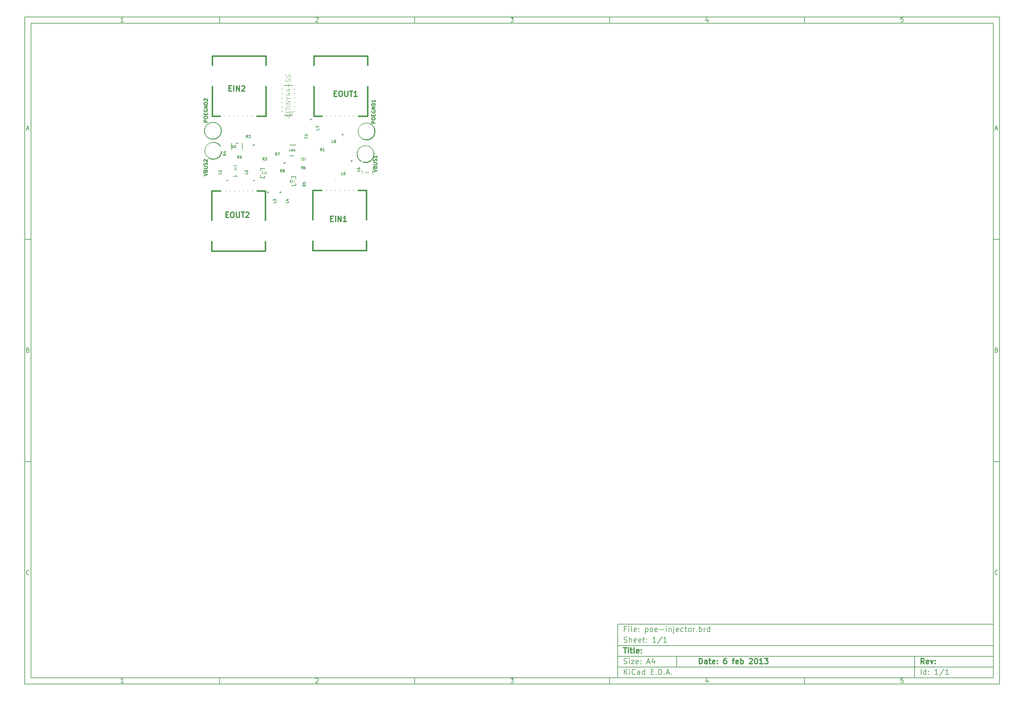
<source format=gto>
G04 (created by PCBNEW-RS274X (2012-01-19 BZR 3256)-stable) date 2/5/2013 11:52:39 PM*
G01*
G70*
G90*
%MOIN*%
G04 Gerber Fmt 3.4, Leading zero omitted, Abs format*
%FSLAX34Y34*%
G04 APERTURE LIST*
%ADD10C,0.006000*%
%ADD11C,0.012000*%
%ADD12C,0.005000*%
%ADD13C,0.015000*%
%ADD14C,0.002600*%
%ADD15C,0.003000*%
%ADD16C,0.010000*%
%ADD17C,0.003900*%
%ADD18C,0.003500*%
%ADD19R,0.050000X0.040000*%
%ADD20R,0.040000X0.050000*%
%ADD21R,0.059400X0.047600*%
%ADD22R,0.200000X0.225000*%
%ADD23R,0.045000X0.207000*%
%ADD24R,0.120000X0.070000*%
%ADD25R,0.080000X0.100000*%
%ADD26R,0.100000X0.080000*%
%ADD27R,0.139000X0.058000*%
%ADD28C,0.180000*%
%ADD29R,0.070000X0.120000*%
%ADD30R,0.043600X0.059400*%
%ADD31R,0.059400X0.043600*%
%ADD32R,0.106900X0.044000*%
G04 APERTURE END LIST*
G54D10*
X04000Y-04000D02*
X113000Y-04000D01*
X113000Y-78670D01*
X04000Y-78670D01*
X04000Y-04000D01*
X04700Y-04700D02*
X112300Y-04700D01*
X112300Y-77970D01*
X04700Y-77970D01*
X04700Y-04700D01*
X25800Y-04000D02*
X25800Y-04700D01*
X15043Y-04552D02*
X14757Y-04552D01*
X14900Y-04552D02*
X14900Y-04052D01*
X14852Y-04124D01*
X14805Y-04171D01*
X14757Y-04195D01*
X25800Y-78670D02*
X25800Y-77970D01*
X15043Y-78522D02*
X14757Y-78522D01*
X14900Y-78522D02*
X14900Y-78022D01*
X14852Y-78094D01*
X14805Y-78141D01*
X14757Y-78165D01*
X47600Y-04000D02*
X47600Y-04700D01*
X36557Y-04100D02*
X36581Y-04076D01*
X36629Y-04052D01*
X36748Y-04052D01*
X36795Y-04076D01*
X36819Y-04100D01*
X36843Y-04148D01*
X36843Y-04195D01*
X36819Y-04267D01*
X36533Y-04552D01*
X36843Y-04552D01*
X47600Y-78670D02*
X47600Y-77970D01*
X36557Y-78070D02*
X36581Y-78046D01*
X36629Y-78022D01*
X36748Y-78022D01*
X36795Y-78046D01*
X36819Y-78070D01*
X36843Y-78118D01*
X36843Y-78165D01*
X36819Y-78237D01*
X36533Y-78522D01*
X36843Y-78522D01*
X69400Y-04000D02*
X69400Y-04700D01*
X58333Y-04052D02*
X58643Y-04052D01*
X58476Y-04243D01*
X58548Y-04243D01*
X58595Y-04267D01*
X58619Y-04290D01*
X58643Y-04338D01*
X58643Y-04457D01*
X58619Y-04505D01*
X58595Y-04529D01*
X58548Y-04552D01*
X58405Y-04552D01*
X58357Y-04529D01*
X58333Y-04505D01*
X69400Y-78670D02*
X69400Y-77970D01*
X58333Y-78022D02*
X58643Y-78022D01*
X58476Y-78213D01*
X58548Y-78213D01*
X58595Y-78237D01*
X58619Y-78260D01*
X58643Y-78308D01*
X58643Y-78427D01*
X58619Y-78475D01*
X58595Y-78499D01*
X58548Y-78522D01*
X58405Y-78522D01*
X58357Y-78499D01*
X58333Y-78475D01*
X91200Y-04000D02*
X91200Y-04700D01*
X80395Y-04219D02*
X80395Y-04552D01*
X80276Y-04029D02*
X80157Y-04386D01*
X80467Y-04386D01*
X91200Y-78670D02*
X91200Y-77970D01*
X80395Y-78189D02*
X80395Y-78522D01*
X80276Y-77999D02*
X80157Y-78356D01*
X80467Y-78356D01*
X102219Y-04052D02*
X101981Y-04052D01*
X101957Y-04290D01*
X101981Y-04267D01*
X102029Y-04243D01*
X102148Y-04243D01*
X102195Y-04267D01*
X102219Y-04290D01*
X102243Y-04338D01*
X102243Y-04457D01*
X102219Y-04505D01*
X102195Y-04529D01*
X102148Y-04552D01*
X102029Y-04552D01*
X101981Y-04529D01*
X101957Y-04505D01*
X102219Y-78022D02*
X101981Y-78022D01*
X101957Y-78260D01*
X101981Y-78237D01*
X102029Y-78213D01*
X102148Y-78213D01*
X102195Y-78237D01*
X102219Y-78260D01*
X102243Y-78308D01*
X102243Y-78427D01*
X102219Y-78475D01*
X102195Y-78499D01*
X102148Y-78522D01*
X102029Y-78522D01*
X101981Y-78499D01*
X101957Y-78475D01*
X04000Y-28890D02*
X04700Y-28890D01*
X04231Y-16510D02*
X04469Y-16510D01*
X04184Y-16652D02*
X04350Y-16152D01*
X04517Y-16652D01*
X113000Y-28890D02*
X112300Y-28890D01*
X112531Y-16510D02*
X112769Y-16510D01*
X112484Y-16652D02*
X112650Y-16152D01*
X112817Y-16652D01*
X04000Y-53780D02*
X04700Y-53780D01*
X04386Y-41280D02*
X04457Y-41304D01*
X04481Y-41328D01*
X04505Y-41376D01*
X04505Y-41447D01*
X04481Y-41495D01*
X04457Y-41519D01*
X04410Y-41542D01*
X04219Y-41542D01*
X04219Y-41042D01*
X04386Y-41042D01*
X04433Y-41066D01*
X04457Y-41090D01*
X04481Y-41138D01*
X04481Y-41185D01*
X04457Y-41233D01*
X04433Y-41257D01*
X04386Y-41280D01*
X04219Y-41280D01*
X113000Y-53780D02*
X112300Y-53780D01*
X112686Y-41280D02*
X112757Y-41304D01*
X112781Y-41328D01*
X112805Y-41376D01*
X112805Y-41447D01*
X112781Y-41495D01*
X112757Y-41519D01*
X112710Y-41542D01*
X112519Y-41542D01*
X112519Y-41042D01*
X112686Y-41042D01*
X112733Y-41066D01*
X112757Y-41090D01*
X112781Y-41138D01*
X112781Y-41185D01*
X112757Y-41233D01*
X112733Y-41257D01*
X112686Y-41280D01*
X112519Y-41280D01*
X04505Y-66385D02*
X04481Y-66409D01*
X04410Y-66432D01*
X04362Y-66432D01*
X04290Y-66409D01*
X04243Y-66361D01*
X04219Y-66313D01*
X04195Y-66218D01*
X04195Y-66147D01*
X04219Y-66051D01*
X04243Y-66004D01*
X04290Y-65956D01*
X04362Y-65932D01*
X04410Y-65932D01*
X04481Y-65956D01*
X04505Y-65980D01*
X112805Y-66385D02*
X112781Y-66409D01*
X112710Y-66432D01*
X112662Y-66432D01*
X112590Y-66409D01*
X112543Y-66361D01*
X112519Y-66313D01*
X112495Y-66218D01*
X112495Y-66147D01*
X112519Y-66051D01*
X112543Y-66004D01*
X112590Y-65956D01*
X112662Y-65932D01*
X112710Y-65932D01*
X112781Y-65956D01*
X112805Y-65980D01*
G54D11*
X79443Y-76413D02*
X79443Y-75813D01*
X79586Y-75813D01*
X79671Y-75841D01*
X79729Y-75899D01*
X79757Y-75956D01*
X79786Y-76070D01*
X79786Y-76156D01*
X79757Y-76270D01*
X79729Y-76327D01*
X79671Y-76384D01*
X79586Y-76413D01*
X79443Y-76413D01*
X80300Y-76413D02*
X80300Y-76099D01*
X80271Y-76041D01*
X80214Y-76013D01*
X80100Y-76013D01*
X80043Y-76041D01*
X80300Y-76384D02*
X80243Y-76413D01*
X80100Y-76413D01*
X80043Y-76384D01*
X80014Y-76327D01*
X80014Y-76270D01*
X80043Y-76213D01*
X80100Y-76184D01*
X80243Y-76184D01*
X80300Y-76156D01*
X80500Y-76013D02*
X80729Y-76013D01*
X80586Y-75813D02*
X80586Y-76327D01*
X80614Y-76384D01*
X80672Y-76413D01*
X80729Y-76413D01*
X81157Y-76384D02*
X81100Y-76413D01*
X80986Y-76413D01*
X80929Y-76384D01*
X80900Y-76327D01*
X80900Y-76099D01*
X80929Y-76041D01*
X80986Y-76013D01*
X81100Y-76013D01*
X81157Y-76041D01*
X81186Y-76099D01*
X81186Y-76156D01*
X80900Y-76213D01*
X81443Y-76356D02*
X81471Y-76384D01*
X81443Y-76413D01*
X81414Y-76384D01*
X81443Y-76356D01*
X81443Y-76413D01*
X81443Y-76041D02*
X81471Y-76070D01*
X81443Y-76099D01*
X81414Y-76070D01*
X81443Y-76041D01*
X81443Y-76099D01*
X82443Y-75813D02*
X82329Y-75813D01*
X82272Y-75841D01*
X82243Y-75870D01*
X82186Y-75956D01*
X82157Y-76070D01*
X82157Y-76299D01*
X82186Y-76356D01*
X82214Y-76384D01*
X82272Y-76413D01*
X82386Y-76413D01*
X82443Y-76384D01*
X82472Y-76356D01*
X82500Y-76299D01*
X82500Y-76156D01*
X82472Y-76099D01*
X82443Y-76070D01*
X82386Y-76041D01*
X82272Y-76041D01*
X82214Y-76070D01*
X82186Y-76099D01*
X82157Y-76156D01*
X83128Y-76013D02*
X83357Y-76013D01*
X83214Y-76413D02*
X83214Y-75899D01*
X83242Y-75841D01*
X83300Y-75813D01*
X83357Y-75813D01*
X83785Y-76384D02*
X83728Y-76413D01*
X83614Y-76413D01*
X83557Y-76384D01*
X83528Y-76327D01*
X83528Y-76099D01*
X83557Y-76041D01*
X83614Y-76013D01*
X83728Y-76013D01*
X83785Y-76041D01*
X83814Y-76099D01*
X83814Y-76156D01*
X83528Y-76213D01*
X84071Y-76413D02*
X84071Y-75813D01*
X84071Y-76041D02*
X84128Y-76013D01*
X84242Y-76013D01*
X84299Y-76041D01*
X84328Y-76070D01*
X84357Y-76127D01*
X84357Y-76299D01*
X84328Y-76356D01*
X84299Y-76384D01*
X84242Y-76413D01*
X84128Y-76413D01*
X84071Y-76384D01*
X85042Y-75870D02*
X85071Y-75841D01*
X85128Y-75813D01*
X85271Y-75813D01*
X85328Y-75841D01*
X85357Y-75870D01*
X85385Y-75927D01*
X85385Y-75984D01*
X85357Y-76070D01*
X85014Y-76413D01*
X85385Y-76413D01*
X85756Y-75813D02*
X85813Y-75813D01*
X85870Y-75841D01*
X85899Y-75870D01*
X85928Y-75927D01*
X85956Y-76041D01*
X85956Y-76184D01*
X85928Y-76299D01*
X85899Y-76356D01*
X85870Y-76384D01*
X85813Y-76413D01*
X85756Y-76413D01*
X85699Y-76384D01*
X85670Y-76356D01*
X85642Y-76299D01*
X85613Y-76184D01*
X85613Y-76041D01*
X85642Y-75927D01*
X85670Y-75870D01*
X85699Y-75841D01*
X85756Y-75813D01*
X86527Y-76413D02*
X86184Y-76413D01*
X86356Y-76413D02*
X86356Y-75813D01*
X86299Y-75899D01*
X86241Y-75956D01*
X86184Y-75984D01*
X86727Y-75813D02*
X87098Y-75813D01*
X86898Y-76041D01*
X86984Y-76041D01*
X87041Y-76070D01*
X87070Y-76099D01*
X87098Y-76156D01*
X87098Y-76299D01*
X87070Y-76356D01*
X87041Y-76384D01*
X86984Y-76413D01*
X86812Y-76413D01*
X86755Y-76384D01*
X86727Y-76356D01*
G54D10*
X71043Y-77613D02*
X71043Y-77013D01*
X71386Y-77613D02*
X71129Y-77270D01*
X71386Y-77013D02*
X71043Y-77356D01*
X71643Y-77613D02*
X71643Y-77213D01*
X71643Y-77013D02*
X71614Y-77041D01*
X71643Y-77070D01*
X71671Y-77041D01*
X71643Y-77013D01*
X71643Y-77070D01*
X72272Y-77556D02*
X72243Y-77584D01*
X72157Y-77613D01*
X72100Y-77613D01*
X72015Y-77584D01*
X71957Y-77527D01*
X71929Y-77470D01*
X71900Y-77356D01*
X71900Y-77270D01*
X71929Y-77156D01*
X71957Y-77099D01*
X72015Y-77041D01*
X72100Y-77013D01*
X72157Y-77013D01*
X72243Y-77041D01*
X72272Y-77070D01*
X72786Y-77613D02*
X72786Y-77299D01*
X72757Y-77241D01*
X72700Y-77213D01*
X72586Y-77213D01*
X72529Y-77241D01*
X72786Y-77584D02*
X72729Y-77613D01*
X72586Y-77613D01*
X72529Y-77584D01*
X72500Y-77527D01*
X72500Y-77470D01*
X72529Y-77413D01*
X72586Y-77384D01*
X72729Y-77384D01*
X72786Y-77356D01*
X73329Y-77613D02*
X73329Y-77013D01*
X73329Y-77584D02*
X73272Y-77613D01*
X73158Y-77613D01*
X73100Y-77584D01*
X73072Y-77556D01*
X73043Y-77499D01*
X73043Y-77327D01*
X73072Y-77270D01*
X73100Y-77241D01*
X73158Y-77213D01*
X73272Y-77213D01*
X73329Y-77241D01*
X74072Y-77299D02*
X74272Y-77299D01*
X74358Y-77613D02*
X74072Y-77613D01*
X74072Y-77013D01*
X74358Y-77013D01*
X74615Y-77556D02*
X74643Y-77584D01*
X74615Y-77613D01*
X74586Y-77584D01*
X74615Y-77556D01*
X74615Y-77613D01*
X74901Y-77613D02*
X74901Y-77013D01*
X75044Y-77013D01*
X75129Y-77041D01*
X75187Y-77099D01*
X75215Y-77156D01*
X75244Y-77270D01*
X75244Y-77356D01*
X75215Y-77470D01*
X75187Y-77527D01*
X75129Y-77584D01*
X75044Y-77613D01*
X74901Y-77613D01*
X75501Y-77556D02*
X75529Y-77584D01*
X75501Y-77613D01*
X75472Y-77584D01*
X75501Y-77556D01*
X75501Y-77613D01*
X75758Y-77441D02*
X76044Y-77441D01*
X75701Y-77613D02*
X75901Y-77013D01*
X76101Y-77613D01*
X76301Y-77556D02*
X76329Y-77584D01*
X76301Y-77613D01*
X76272Y-77584D01*
X76301Y-77556D01*
X76301Y-77613D01*
G54D11*
X104586Y-76413D02*
X104386Y-76127D01*
X104243Y-76413D02*
X104243Y-75813D01*
X104471Y-75813D01*
X104529Y-75841D01*
X104557Y-75870D01*
X104586Y-75927D01*
X104586Y-76013D01*
X104557Y-76070D01*
X104529Y-76099D01*
X104471Y-76127D01*
X104243Y-76127D01*
X105071Y-76384D02*
X105014Y-76413D01*
X104900Y-76413D01*
X104843Y-76384D01*
X104814Y-76327D01*
X104814Y-76099D01*
X104843Y-76041D01*
X104900Y-76013D01*
X105014Y-76013D01*
X105071Y-76041D01*
X105100Y-76099D01*
X105100Y-76156D01*
X104814Y-76213D01*
X105300Y-76013D02*
X105443Y-76413D01*
X105585Y-76013D01*
X105814Y-76356D02*
X105842Y-76384D01*
X105814Y-76413D01*
X105785Y-76384D01*
X105814Y-76356D01*
X105814Y-76413D01*
X105814Y-76041D02*
X105842Y-76070D01*
X105814Y-76099D01*
X105785Y-76070D01*
X105814Y-76041D01*
X105814Y-76099D01*
G54D10*
X71014Y-76384D02*
X71100Y-76413D01*
X71243Y-76413D01*
X71300Y-76384D01*
X71329Y-76356D01*
X71357Y-76299D01*
X71357Y-76241D01*
X71329Y-76184D01*
X71300Y-76156D01*
X71243Y-76127D01*
X71129Y-76099D01*
X71071Y-76070D01*
X71043Y-76041D01*
X71014Y-75984D01*
X71014Y-75927D01*
X71043Y-75870D01*
X71071Y-75841D01*
X71129Y-75813D01*
X71271Y-75813D01*
X71357Y-75841D01*
X71614Y-76413D02*
X71614Y-76013D01*
X71614Y-75813D02*
X71585Y-75841D01*
X71614Y-75870D01*
X71642Y-75841D01*
X71614Y-75813D01*
X71614Y-75870D01*
X71843Y-76013D02*
X72157Y-76013D01*
X71843Y-76413D01*
X72157Y-76413D01*
X72614Y-76384D02*
X72557Y-76413D01*
X72443Y-76413D01*
X72386Y-76384D01*
X72357Y-76327D01*
X72357Y-76099D01*
X72386Y-76041D01*
X72443Y-76013D01*
X72557Y-76013D01*
X72614Y-76041D01*
X72643Y-76099D01*
X72643Y-76156D01*
X72357Y-76213D01*
X72900Y-76356D02*
X72928Y-76384D01*
X72900Y-76413D01*
X72871Y-76384D01*
X72900Y-76356D01*
X72900Y-76413D01*
X72900Y-76041D02*
X72928Y-76070D01*
X72900Y-76099D01*
X72871Y-76070D01*
X72900Y-76041D01*
X72900Y-76099D01*
X73614Y-76241D02*
X73900Y-76241D01*
X73557Y-76413D02*
X73757Y-75813D01*
X73957Y-76413D01*
X74414Y-76013D02*
X74414Y-76413D01*
X74271Y-75784D02*
X74128Y-76213D01*
X74500Y-76213D01*
X104243Y-77613D02*
X104243Y-77013D01*
X104786Y-77613D02*
X104786Y-77013D01*
X104786Y-77584D02*
X104729Y-77613D01*
X104615Y-77613D01*
X104557Y-77584D01*
X104529Y-77556D01*
X104500Y-77499D01*
X104500Y-77327D01*
X104529Y-77270D01*
X104557Y-77241D01*
X104615Y-77213D01*
X104729Y-77213D01*
X104786Y-77241D01*
X105072Y-77556D02*
X105100Y-77584D01*
X105072Y-77613D01*
X105043Y-77584D01*
X105072Y-77556D01*
X105072Y-77613D01*
X105072Y-77241D02*
X105100Y-77270D01*
X105072Y-77299D01*
X105043Y-77270D01*
X105072Y-77241D01*
X105072Y-77299D01*
X106129Y-77613D02*
X105786Y-77613D01*
X105958Y-77613D02*
X105958Y-77013D01*
X105901Y-77099D01*
X105843Y-77156D01*
X105786Y-77184D01*
X106814Y-76984D02*
X106300Y-77756D01*
X107329Y-77613D02*
X106986Y-77613D01*
X107158Y-77613D02*
X107158Y-77013D01*
X107101Y-77099D01*
X107043Y-77156D01*
X106986Y-77184D01*
G54D11*
X70957Y-74613D02*
X71300Y-74613D01*
X71129Y-75213D02*
X71129Y-74613D01*
X71500Y-75213D02*
X71500Y-74813D01*
X71500Y-74613D02*
X71471Y-74641D01*
X71500Y-74670D01*
X71528Y-74641D01*
X71500Y-74613D01*
X71500Y-74670D01*
X71700Y-74813D02*
X71929Y-74813D01*
X71786Y-74613D02*
X71786Y-75127D01*
X71814Y-75184D01*
X71872Y-75213D01*
X71929Y-75213D01*
X72215Y-75213D02*
X72157Y-75184D01*
X72129Y-75127D01*
X72129Y-74613D01*
X72671Y-75184D02*
X72614Y-75213D01*
X72500Y-75213D01*
X72443Y-75184D01*
X72414Y-75127D01*
X72414Y-74899D01*
X72443Y-74841D01*
X72500Y-74813D01*
X72614Y-74813D01*
X72671Y-74841D01*
X72700Y-74899D01*
X72700Y-74956D01*
X72414Y-75013D01*
X72957Y-75156D02*
X72985Y-75184D01*
X72957Y-75213D01*
X72928Y-75184D01*
X72957Y-75156D01*
X72957Y-75213D01*
X72957Y-74841D02*
X72985Y-74870D01*
X72957Y-74899D01*
X72928Y-74870D01*
X72957Y-74841D01*
X72957Y-74899D01*
G54D10*
X71243Y-72499D02*
X71043Y-72499D01*
X71043Y-72813D02*
X71043Y-72213D01*
X71329Y-72213D01*
X71557Y-72813D02*
X71557Y-72413D01*
X71557Y-72213D02*
X71528Y-72241D01*
X71557Y-72270D01*
X71585Y-72241D01*
X71557Y-72213D01*
X71557Y-72270D01*
X71929Y-72813D02*
X71871Y-72784D01*
X71843Y-72727D01*
X71843Y-72213D01*
X72385Y-72784D02*
X72328Y-72813D01*
X72214Y-72813D01*
X72157Y-72784D01*
X72128Y-72727D01*
X72128Y-72499D01*
X72157Y-72441D01*
X72214Y-72413D01*
X72328Y-72413D01*
X72385Y-72441D01*
X72414Y-72499D01*
X72414Y-72556D01*
X72128Y-72613D01*
X72671Y-72756D02*
X72699Y-72784D01*
X72671Y-72813D01*
X72642Y-72784D01*
X72671Y-72756D01*
X72671Y-72813D01*
X72671Y-72441D02*
X72699Y-72470D01*
X72671Y-72499D01*
X72642Y-72470D01*
X72671Y-72441D01*
X72671Y-72499D01*
X73414Y-72413D02*
X73414Y-73013D01*
X73414Y-72441D02*
X73471Y-72413D01*
X73585Y-72413D01*
X73642Y-72441D01*
X73671Y-72470D01*
X73700Y-72527D01*
X73700Y-72699D01*
X73671Y-72756D01*
X73642Y-72784D01*
X73585Y-72813D01*
X73471Y-72813D01*
X73414Y-72784D01*
X74043Y-72813D02*
X73985Y-72784D01*
X73957Y-72756D01*
X73928Y-72699D01*
X73928Y-72527D01*
X73957Y-72470D01*
X73985Y-72441D01*
X74043Y-72413D01*
X74128Y-72413D01*
X74185Y-72441D01*
X74214Y-72470D01*
X74243Y-72527D01*
X74243Y-72699D01*
X74214Y-72756D01*
X74185Y-72784D01*
X74128Y-72813D01*
X74043Y-72813D01*
X74728Y-72784D02*
X74671Y-72813D01*
X74557Y-72813D01*
X74500Y-72784D01*
X74471Y-72727D01*
X74471Y-72499D01*
X74500Y-72441D01*
X74557Y-72413D01*
X74671Y-72413D01*
X74728Y-72441D01*
X74757Y-72499D01*
X74757Y-72556D01*
X74471Y-72613D01*
X75014Y-72584D02*
X75471Y-72584D01*
X75757Y-72813D02*
X75757Y-72413D01*
X75757Y-72213D02*
X75728Y-72241D01*
X75757Y-72270D01*
X75785Y-72241D01*
X75757Y-72213D01*
X75757Y-72270D01*
X76043Y-72413D02*
X76043Y-72813D01*
X76043Y-72470D02*
X76071Y-72441D01*
X76129Y-72413D01*
X76214Y-72413D01*
X76271Y-72441D01*
X76300Y-72499D01*
X76300Y-72813D01*
X76586Y-72413D02*
X76586Y-72927D01*
X76557Y-72984D01*
X76500Y-73013D01*
X76472Y-73013D01*
X76586Y-72213D02*
X76557Y-72241D01*
X76586Y-72270D01*
X76614Y-72241D01*
X76586Y-72213D01*
X76586Y-72270D01*
X77100Y-72784D02*
X77043Y-72813D01*
X76929Y-72813D01*
X76872Y-72784D01*
X76843Y-72727D01*
X76843Y-72499D01*
X76872Y-72441D01*
X76929Y-72413D01*
X77043Y-72413D01*
X77100Y-72441D01*
X77129Y-72499D01*
X77129Y-72556D01*
X76843Y-72613D01*
X77643Y-72784D02*
X77586Y-72813D01*
X77472Y-72813D01*
X77414Y-72784D01*
X77386Y-72756D01*
X77357Y-72699D01*
X77357Y-72527D01*
X77386Y-72470D01*
X77414Y-72441D01*
X77472Y-72413D01*
X77586Y-72413D01*
X77643Y-72441D01*
X77814Y-72413D02*
X78043Y-72413D01*
X77900Y-72213D02*
X77900Y-72727D01*
X77928Y-72784D01*
X77986Y-72813D01*
X78043Y-72813D01*
X78329Y-72813D02*
X78271Y-72784D01*
X78243Y-72756D01*
X78214Y-72699D01*
X78214Y-72527D01*
X78243Y-72470D01*
X78271Y-72441D01*
X78329Y-72413D01*
X78414Y-72413D01*
X78471Y-72441D01*
X78500Y-72470D01*
X78529Y-72527D01*
X78529Y-72699D01*
X78500Y-72756D01*
X78471Y-72784D01*
X78414Y-72813D01*
X78329Y-72813D01*
X78786Y-72813D02*
X78786Y-72413D01*
X78786Y-72527D02*
X78814Y-72470D01*
X78843Y-72441D01*
X78900Y-72413D01*
X78957Y-72413D01*
X79157Y-72756D02*
X79185Y-72784D01*
X79157Y-72813D01*
X79128Y-72784D01*
X79157Y-72756D01*
X79157Y-72813D01*
X79443Y-72813D02*
X79443Y-72213D01*
X79443Y-72441D02*
X79500Y-72413D01*
X79614Y-72413D01*
X79671Y-72441D01*
X79700Y-72470D01*
X79729Y-72527D01*
X79729Y-72699D01*
X79700Y-72756D01*
X79671Y-72784D01*
X79614Y-72813D01*
X79500Y-72813D01*
X79443Y-72784D01*
X79986Y-72813D02*
X79986Y-72413D01*
X79986Y-72527D02*
X80014Y-72470D01*
X80043Y-72441D01*
X80100Y-72413D01*
X80157Y-72413D01*
X80614Y-72813D02*
X80614Y-72213D01*
X80614Y-72784D02*
X80557Y-72813D01*
X80443Y-72813D01*
X80385Y-72784D01*
X80357Y-72756D01*
X80328Y-72699D01*
X80328Y-72527D01*
X80357Y-72470D01*
X80385Y-72441D01*
X80443Y-72413D01*
X80557Y-72413D01*
X80614Y-72441D01*
X71014Y-73984D02*
X71100Y-74013D01*
X71243Y-74013D01*
X71300Y-73984D01*
X71329Y-73956D01*
X71357Y-73899D01*
X71357Y-73841D01*
X71329Y-73784D01*
X71300Y-73756D01*
X71243Y-73727D01*
X71129Y-73699D01*
X71071Y-73670D01*
X71043Y-73641D01*
X71014Y-73584D01*
X71014Y-73527D01*
X71043Y-73470D01*
X71071Y-73441D01*
X71129Y-73413D01*
X71271Y-73413D01*
X71357Y-73441D01*
X71614Y-74013D02*
X71614Y-73413D01*
X71871Y-74013D02*
X71871Y-73699D01*
X71842Y-73641D01*
X71785Y-73613D01*
X71700Y-73613D01*
X71642Y-73641D01*
X71614Y-73670D01*
X72385Y-73984D02*
X72328Y-74013D01*
X72214Y-74013D01*
X72157Y-73984D01*
X72128Y-73927D01*
X72128Y-73699D01*
X72157Y-73641D01*
X72214Y-73613D01*
X72328Y-73613D01*
X72385Y-73641D01*
X72414Y-73699D01*
X72414Y-73756D01*
X72128Y-73813D01*
X72899Y-73984D02*
X72842Y-74013D01*
X72728Y-74013D01*
X72671Y-73984D01*
X72642Y-73927D01*
X72642Y-73699D01*
X72671Y-73641D01*
X72728Y-73613D01*
X72842Y-73613D01*
X72899Y-73641D01*
X72928Y-73699D01*
X72928Y-73756D01*
X72642Y-73813D01*
X73099Y-73613D02*
X73328Y-73613D01*
X73185Y-73413D02*
X73185Y-73927D01*
X73213Y-73984D01*
X73271Y-74013D01*
X73328Y-74013D01*
X73528Y-73956D02*
X73556Y-73984D01*
X73528Y-74013D01*
X73499Y-73984D01*
X73528Y-73956D01*
X73528Y-74013D01*
X73528Y-73641D02*
X73556Y-73670D01*
X73528Y-73699D01*
X73499Y-73670D01*
X73528Y-73641D01*
X73528Y-73699D01*
X74585Y-74013D02*
X74242Y-74013D01*
X74414Y-74013D02*
X74414Y-73413D01*
X74357Y-73499D01*
X74299Y-73556D01*
X74242Y-73584D01*
X75270Y-73384D02*
X74756Y-74156D01*
X75785Y-74013D02*
X75442Y-74013D01*
X75614Y-74013D02*
X75614Y-73413D01*
X75557Y-73499D01*
X75499Y-73556D01*
X75442Y-73584D01*
X70300Y-71970D02*
X70300Y-77970D01*
X70300Y-71970D02*
X112300Y-71970D01*
X70300Y-71970D02*
X112300Y-71970D01*
X70300Y-74370D02*
X112300Y-74370D01*
X103500Y-75570D02*
X103500Y-77970D01*
X70300Y-76770D02*
X112300Y-76770D01*
X70300Y-75570D02*
X112300Y-75570D01*
X76900Y-75570D02*
X76900Y-76770D01*
G54D12*
X33650Y-18329D02*
X34350Y-18329D01*
X34350Y-18329D02*
X34350Y-19529D01*
X34350Y-19529D02*
X33650Y-19529D01*
X33650Y-19529D02*
X33650Y-18329D01*
X28348Y-18142D02*
X28348Y-18842D01*
X28348Y-18842D02*
X27148Y-18842D01*
X27148Y-18842D02*
X27148Y-18142D01*
X27148Y-18142D02*
X28348Y-18142D01*
X30961Y-21669D02*
X30761Y-21969D01*
X30961Y-20969D02*
X30961Y-21994D01*
X30961Y-21994D02*
X30361Y-21994D01*
X30361Y-21994D02*
X30361Y-20969D01*
X30361Y-20969D02*
X30961Y-20969D01*
X33708Y-22178D02*
X33908Y-21878D01*
X33708Y-22878D02*
X33708Y-21853D01*
X33708Y-21853D02*
X34308Y-21853D01*
X34308Y-21853D02*
X34308Y-22878D01*
X34308Y-22878D02*
X33708Y-22878D01*
G54D13*
X24988Y-15106D02*
X30988Y-15106D01*
X30988Y-15106D02*
X30988Y-08356D01*
X30988Y-08356D02*
X24988Y-08356D01*
X24988Y-08356D02*
X24988Y-15106D01*
X36353Y-15114D02*
X42353Y-15114D01*
X42353Y-15114D02*
X42353Y-08364D01*
X42353Y-08364D02*
X36353Y-08364D01*
X36353Y-08364D02*
X36353Y-15114D01*
X30906Y-23453D02*
X24906Y-23453D01*
X24906Y-23453D02*
X24906Y-30203D01*
X24906Y-30203D02*
X30906Y-30203D01*
X30906Y-30203D02*
X30906Y-23453D01*
X42216Y-23398D02*
X36216Y-23398D01*
X36216Y-23398D02*
X36216Y-30148D01*
X36216Y-30148D02*
X42216Y-30148D01*
X42216Y-30148D02*
X42216Y-23398D01*
G54D12*
X29678Y-18324D02*
X29676Y-18337D01*
X29672Y-18350D01*
X29666Y-18362D01*
X29657Y-18373D01*
X29647Y-18382D01*
X29635Y-18388D01*
X29622Y-18392D01*
X29608Y-18393D01*
X29595Y-18392D01*
X29582Y-18388D01*
X29570Y-18382D01*
X29560Y-18374D01*
X29551Y-18363D01*
X29544Y-18351D01*
X29540Y-18338D01*
X29539Y-18324D01*
X29540Y-18312D01*
X29543Y-18299D01*
X29550Y-18287D01*
X29558Y-18276D01*
X29569Y-18267D01*
X29580Y-18260D01*
X29593Y-18256D01*
X29607Y-18255D01*
X29620Y-18256D01*
X29633Y-18259D01*
X29645Y-18265D01*
X29656Y-18274D01*
X29665Y-18284D01*
X29671Y-18296D01*
X29676Y-18309D01*
X29677Y-18323D01*
X29678Y-18324D01*
X28458Y-17674D02*
X28458Y-18274D01*
X28458Y-18274D02*
X29558Y-18274D01*
X29558Y-18274D02*
X29558Y-17674D01*
X29558Y-17074D02*
X29558Y-16474D01*
X29558Y-16474D02*
X28458Y-16474D01*
X28458Y-16474D02*
X28458Y-17074D01*
X33123Y-20332D02*
X33121Y-20345D01*
X33117Y-20358D01*
X33111Y-20370D01*
X33102Y-20381D01*
X33092Y-20390D01*
X33080Y-20396D01*
X33067Y-20400D01*
X33053Y-20401D01*
X33040Y-20400D01*
X33027Y-20396D01*
X33015Y-20390D01*
X33005Y-20382D01*
X32996Y-20371D01*
X32989Y-20359D01*
X32985Y-20346D01*
X32984Y-20332D01*
X32985Y-20320D01*
X32988Y-20307D01*
X32995Y-20295D01*
X33003Y-20284D01*
X33014Y-20275D01*
X33025Y-20268D01*
X33038Y-20264D01*
X33052Y-20263D01*
X33065Y-20264D01*
X33078Y-20267D01*
X33090Y-20273D01*
X33101Y-20282D01*
X33110Y-20292D01*
X33116Y-20304D01*
X33121Y-20317D01*
X33122Y-20331D01*
X33123Y-20332D01*
X31903Y-19682D02*
X31903Y-20282D01*
X31903Y-20282D02*
X33003Y-20282D01*
X33003Y-20282D02*
X33003Y-19682D01*
X33003Y-19082D02*
X33003Y-18482D01*
X33003Y-18482D02*
X31903Y-18482D01*
X31903Y-18482D02*
X31903Y-19082D01*
X34145Y-20448D02*
X34145Y-21348D01*
X34145Y-21348D02*
X34795Y-21348D01*
X35495Y-20448D02*
X36145Y-20448D01*
X36145Y-20448D02*
X36145Y-21348D01*
X36145Y-21348D02*
X35495Y-21348D01*
X34795Y-20448D02*
X34145Y-20448D01*
X31854Y-20371D02*
X31854Y-19471D01*
X31854Y-19471D02*
X31204Y-19471D01*
X30504Y-20371D02*
X29854Y-20371D01*
X29854Y-20371D02*
X29854Y-19471D01*
X29854Y-19471D02*
X30504Y-19471D01*
X31204Y-20371D02*
X31854Y-20371D01*
X34845Y-23717D02*
X35745Y-23717D01*
X35745Y-23717D02*
X35745Y-23067D01*
X34845Y-22367D02*
X34845Y-21717D01*
X34845Y-21717D02*
X35745Y-21717D01*
X35745Y-21717D02*
X35745Y-22367D01*
X34845Y-23067D02*
X34845Y-23717D01*
X26848Y-18280D02*
X25948Y-18280D01*
X25948Y-18280D02*
X25948Y-18930D01*
X26848Y-19630D02*
X26848Y-20280D01*
X26848Y-20280D02*
X25948Y-20280D01*
X25948Y-20280D02*
X25948Y-19630D01*
X26848Y-18930D02*
X26848Y-18280D01*
X36294Y-18416D02*
X36294Y-19316D01*
X36294Y-19316D02*
X36944Y-19316D01*
X37644Y-18416D02*
X38294Y-18416D01*
X38294Y-18416D02*
X38294Y-19316D01*
X38294Y-19316D02*
X37644Y-19316D01*
X36944Y-18416D02*
X36294Y-18416D01*
G54D13*
X25939Y-16728D02*
X25921Y-16902D01*
X25871Y-17070D01*
X25788Y-17226D01*
X25677Y-17362D01*
X25542Y-17474D01*
X25387Y-17557D01*
X25219Y-17609D01*
X25045Y-17627D01*
X24871Y-17612D01*
X24702Y-17562D01*
X24547Y-17481D01*
X24410Y-17371D01*
X24297Y-17236D01*
X24212Y-17082D01*
X24159Y-16915D01*
X24140Y-16740D01*
X24154Y-16566D01*
X24203Y-16397D01*
X24283Y-16241D01*
X24392Y-16103D01*
X24526Y-15989D01*
X24679Y-15904D01*
X24846Y-15849D01*
X25021Y-15829D01*
X25195Y-15842D01*
X25364Y-15889D01*
X25521Y-15969D01*
X25659Y-16077D01*
X25774Y-16210D01*
X25861Y-16362D01*
X25916Y-16529D01*
X25938Y-16703D01*
X25939Y-16728D01*
X43124Y-16807D02*
X43106Y-16981D01*
X43056Y-17149D01*
X42973Y-17305D01*
X42862Y-17441D01*
X42727Y-17553D01*
X42572Y-17636D01*
X42404Y-17688D01*
X42230Y-17706D01*
X42056Y-17691D01*
X41887Y-17641D01*
X41732Y-17560D01*
X41595Y-17450D01*
X41482Y-17315D01*
X41397Y-17161D01*
X41344Y-16994D01*
X41325Y-16819D01*
X41339Y-16645D01*
X41388Y-16476D01*
X41468Y-16320D01*
X41577Y-16182D01*
X41711Y-16068D01*
X41864Y-15983D01*
X42031Y-15928D01*
X42206Y-15908D01*
X42380Y-15921D01*
X42549Y-15968D01*
X42706Y-16048D01*
X42844Y-16156D01*
X42959Y-16289D01*
X43046Y-16441D01*
X43101Y-16608D01*
X43123Y-16782D01*
X43124Y-16807D01*
X42998Y-19343D02*
X42980Y-19517D01*
X42930Y-19685D01*
X42847Y-19841D01*
X42736Y-19977D01*
X42601Y-20089D01*
X42446Y-20172D01*
X42278Y-20224D01*
X42104Y-20242D01*
X41930Y-20227D01*
X41761Y-20177D01*
X41606Y-20096D01*
X41469Y-19986D01*
X41356Y-19851D01*
X41271Y-19697D01*
X41218Y-19530D01*
X41199Y-19355D01*
X41213Y-19181D01*
X41262Y-19012D01*
X41342Y-18856D01*
X41451Y-18718D01*
X41585Y-18604D01*
X41738Y-18519D01*
X41905Y-18464D01*
X42080Y-18444D01*
X42254Y-18457D01*
X42423Y-18504D01*
X42580Y-18584D01*
X42718Y-18692D01*
X42833Y-18825D01*
X42920Y-18977D01*
X42975Y-19144D01*
X42997Y-19318D01*
X42998Y-19343D01*
X25991Y-18969D02*
X25973Y-19143D01*
X25923Y-19311D01*
X25840Y-19467D01*
X25729Y-19603D01*
X25594Y-19715D01*
X25439Y-19798D01*
X25271Y-19850D01*
X25097Y-19868D01*
X24923Y-19853D01*
X24754Y-19803D01*
X24599Y-19722D01*
X24462Y-19612D01*
X24349Y-19477D01*
X24264Y-19323D01*
X24211Y-19156D01*
X24192Y-18981D01*
X24206Y-18807D01*
X24255Y-18638D01*
X24335Y-18482D01*
X24444Y-18344D01*
X24578Y-18230D01*
X24731Y-18145D01*
X24898Y-18090D01*
X25073Y-18070D01*
X25247Y-18083D01*
X25416Y-18130D01*
X25573Y-18210D01*
X25711Y-18318D01*
X25826Y-18451D01*
X25913Y-18603D01*
X25968Y-18770D01*
X25990Y-18944D01*
X25991Y-18969D01*
G54D12*
X31819Y-20794D02*
X31819Y-21694D01*
X31819Y-21694D02*
X32469Y-21694D01*
X33169Y-20794D02*
X33819Y-20794D01*
X33819Y-20794D02*
X33819Y-21694D01*
X33819Y-21694D02*
X33169Y-21694D01*
X32469Y-20794D02*
X31819Y-20794D01*
X26725Y-22312D02*
X26723Y-22325D01*
X26719Y-22338D01*
X26713Y-22350D01*
X26704Y-22361D01*
X26694Y-22370D01*
X26682Y-22376D01*
X26669Y-22380D01*
X26655Y-22381D01*
X26642Y-22380D01*
X26629Y-22376D01*
X26617Y-22370D01*
X26607Y-22362D01*
X26598Y-22351D01*
X26591Y-22339D01*
X26587Y-22326D01*
X26586Y-22312D01*
X26587Y-22300D01*
X26590Y-22287D01*
X26597Y-22275D01*
X26605Y-22264D01*
X26616Y-22255D01*
X26627Y-22248D01*
X26640Y-22244D01*
X26654Y-22243D01*
X26667Y-22244D01*
X26680Y-22247D01*
X26692Y-22253D01*
X26703Y-22262D01*
X26712Y-22272D01*
X26718Y-22284D01*
X26723Y-22297D01*
X26724Y-22311D01*
X26725Y-22312D01*
X25505Y-21662D02*
X25505Y-22262D01*
X25505Y-22262D02*
X26605Y-22262D01*
X26605Y-22262D02*
X26605Y-21662D01*
X26605Y-21062D02*
X26605Y-20462D01*
X26605Y-20462D02*
X25505Y-20462D01*
X25505Y-20462D02*
X25505Y-21062D01*
X29694Y-22328D02*
X29692Y-22341D01*
X29688Y-22354D01*
X29682Y-22366D01*
X29673Y-22377D01*
X29663Y-22386D01*
X29651Y-22392D01*
X29638Y-22396D01*
X29624Y-22397D01*
X29611Y-22396D01*
X29598Y-22392D01*
X29586Y-22386D01*
X29576Y-22378D01*
X29567Y-22367D01*
X29560Y-22355D01*
X29556Y-22342D01*
X29555Y-22328D01*
X29556Y-22316D01*
X29559Y-22303D01*
X29566Y-22291D01*
X29574Y-22280D01*
X29585Y-22271D01*
X29596Y-22264D01*
X29609Y-22260D01*
X29623Y-22259D01*
X29636Y-22260D01*
X29649Y-22263D01*
X29661Y-22269D01*
X29672Y-22278D01*
X29681Y-22288D01*
X29687Y-22300D01*
X29692Y-22313D01*
X29693Y-22327D01*
X29694Y-22328D01*
X28474Y-21678D02*
X28474Y-22278D01*
X28474Y-22278D02*
X29574Y-22278D01*
X29574Y-22278D02*
X29574Y-21678D01*
X29574Y-21078D02*
X29574Y-20478D01*
X29574Y-20478D02*
X28474Y-20478D01*
X28474Y-20478D02*
X28474Y-21078D01*
X31270Y-23650D02*
X31268Y-23663D01*
X31264Y-23676D01*
X31258Y-23688D01*
X31249Y-23699D01*
X31239Y-23708D01*
X31227Y-23714D01*
X31214Y-23718D01*
X31200Y-23719D01*
X31187Y-23718D01*
X31174Y-23714D01*
X31162Y-23708D01*
X31152Y-23700D01*
X31143Y-23689D01*
X31136Y-23677D01*
X31132Y-23664D01*
X31131Y-23650D01*
X31132Y-23638D01*
X31135Y-23625D01*
X31142Y-23613D01*
X31150Y-23602D01*
X31161Y-23593D01*
X31172Y-23586D01*
X31185Y-23582D01*
X31199Y-23581D01*
X31212Y-23582D01*
X31225Y-23585D01*
X31237Y-23591D01*
X31248Y-23600D01*
X31257Y-23610D01*
X31263Y-23622D01*
X31268Y-23635D01*
X31269Y-23649D01*
X31270Y-23650D01*
X32350Y-24300D02*
X32350Y-23700D01*
X32350Y-23700D02*
X31250Y-23700D01*
X31250Y-23700D02*
X31250Y-24300D01*
X31250Y-24900D02*
X31250Y-25500D01*
X31250Y-25500D02*
X32350Y-25500D01*
X32350Y-25500D02*
X32350Y-24900D01*
X32670Y-23650D02*
X32668Y-23663D01*
X32664Y-23676D01*
X32658Y-23688D01*
X32649Y-23699D01*
X32639Y-23708D01*
X32627Y-23714D01*
X32614Y-23718D01*
X32600Y-23719D01*
X32587Y-23718D01*
X32574Y-23714D01*
X32562Y-23708D01*
X32552Y-23700D01*
X32543Y-23689D01*
X32536Y-23677D01*
X32532Y-23664D01*
X32531Y-23650D01*
X32532Y-23638D01*
X32535Y-23625D01*
X32542Y-23613D01*
X32550Y-23602D01*
X32561Y-23593D01*
X32572Y-23586D01*
X32585Y-23582D01*
X32599Y-23581D01*
X32612Y-23582D01*
X32625Y-23585D01*
X32637Y-23591D01*
X32648Y-23600D01*
X32657Y-23610D01*
X32663Y-23622D01*
X32668Y-23635D01*
X32669Y-23649D01*
X32670Y-23650D01*
X33750Y-24300D02*
X33750Y-23700D01*
X33750Y-23700D02*
X32650Y-23700D01*
X32650Y-23700D02*
X32650Y-24300D01*
X32650Y-24900D02*
X32650Y-25500D01*
X32650Y-25500D02*
X33750Y-25500D01*
X33750Y-25500D02*
X33750Y-24900D01*
X38765Y-22356D02*
X38763Y-22369D01*
X38759Y-22382D01*
X38753Y-22394D01*
X38744Y-22405D01*
X38734Y-22414D01*
X38722Y-22420D01*
X38709Y-22424D01*
X38695Y-22425D01*
X38682Y-22424D01*
X38669Y-22420D01*
X38657Y-22414D01*
X38647Y-22406D01*
X38638Y-22395D01*
X38631Y-22383D01*
X38627Y-22370D01*
X38626Y-22356D01*
X38627Y-22344D01*
X38630Y-22331D01*
X38637Y-22319D01*
X38645Y-22308D01*
X38656Y-22299D01*
X38667Y-22292D01*
X38680Y-22288D01*
X38694Y-22287D01*
X38707Y-22288D01*
X38720Y-22291D01*
X38732Y-22297D01*
X38743Y-22306D01*
X38752Y-22316D01*
X38758Y-22328D01*
X38763Y-22341D01*
X38764Y-22355D01*
X38765Y-22356D01*
X39345Y-21206D02*
X38745Y-21206D01*
X38745Y-21206D02*
X38745Y-22306D01*
X38745Y-22306D02*
X39345Y-22306D01*
X39945Y-22306D02*
X40545Y-22306D01*
X40545Y-22306D02*
X40545Y-21206D01*
X40545Y-21206D02*
X39945Y-21206D01*
X40638Y-20137D02*
X40636Y-20150D01*
X40632Y-20163D01*
X40626Y-20175D01*
X40617Y-20186D01*
X40607Y-20195D01*
X40595Y-20201D01*
X40582Y-20205D01*
X40568Y-20206D01*
X40555Y-20205D01*
X40542Y-20201D01*
X40530Y-20195D01*
X40520Y-20187D01*
X40511Y-20176D01*
X40504Y-20164D01*
X40500Y-20151D01*
X40499Y-20137D01*
X40500Y-20125D01*
X40503Y-20112D01*
X40510Y-20100D01*
X40518Y-20089D01*
X40529Y-20080D01*
X40540Y-20073D01*
X40553Y-20069D01*
X40567Y-20068D01*
X40580Y-20069D01*
X40593Y-20072D01*
X40605Y-20078D01*
X40616Y-20087D01*
X40625Y-20097D01*
X40631Y-20109D01*
X40636Y-20122D01*
X40637Y-20136D01*
X40638Y-20137D01*
X41718Y-20787D02*
X41718Y-20187D01*
X41718Y-20187D02*
X40618Y-20187D01*
X40618Y-20187D02*
X40618Y-20787D01*
X40618Y-21387D02*
X40618Y-21987D01*
X40618Y-21987D02*
X41718Y-21987D01*
X41718Y-21987D02*
X41718Y-21387D01*
X36072Y-15479D02*
X36070Y-15492D01*
X36066Y-15505D01*
X36060Y-15517D01*
X36051Y-15528D01*
X36041Y-15537D01*
X36029Y-15543D01*
X36016Y-15547D01*
X36002Y-15548D01*
X35989Y-15547D01*
X35976Y-15543D01*
X35964Y-15537D01*
X35954Y-15529D01*
X35945Y-15518D01*
X35938Y-15506D01*
X35934Y-15493D01*
X35933Y-15479D01*
X35934Y-15467D01*
X35937Y-15454D01*
X35944Y-15442D01*
X35952Y-15431D01*
X35963Y-15422D01*
X35974Y-15415D01*
X35987Y-15411D01*
X36001Y-15410D01*
X36014Y-15411D01*
X36027Y-15414D01*
X36039Y-15420D01*
X36050Y-15429D01*
X36059Y-15439D01*
X36065Y-15451D01*
X36070Y-15464D01*
X36071Y-15478D01*
X36072Y-15479D01*
X37152Y-16129D02*
X37152Y-15529D01*
X37152Y-15529D02*
X36052Y-15529D01*
X36052Y-15529D02*
X36052Y-16129D01*
X36052Y-16729D02*
X36052Y-17329D01*
X36052Y-17329D02*
X37152Y-17329D01*
X37152Y-17329D02*
X37152Y-16729D01*
X39602Y-17160D02*
X39600Y-17173D01*
X39596Y-17186D01*
X39590Y-17198D01*
X39581Y-17209D01*
X39571Y-17218D01*
X39559Y-17224D01*
X39546Y-17228D01*
X39532Y-17229D01*
X39519Y-17228D01*
X39506Y-17224D01*
X39494Y-17218D01*
X39484Y-17210D01*
X39475Y-17199D01*
X39468Y-17187D01*
X39464Y-17174D01*
X39463Y-17160D01*
X39464Y-17148D01*
X39467Y-17135D01*
X39474Y-17123D01*
X39482Y-17112D01*
X39493Y-17103D01*
X39504Y-17096D01*
X39517Y-17092D01*
X39531Y-17091D01*
X39544Y-17092D01*
X39557Y-17095D01*
X39569Y-17101D01*
X39580Y-17110D01*
X39589Y-17120D01*
X39595Y-17132D01*
X39600Y-17145D01*
X39601Y-17159D01*
X39602Y-17160D01*
X38882Y-18310D02*
X39482Y-18310D01*
X39482Y-18310D02*
X39482Y-17210D01*
X39482Y-17210D02*
X38882Y-17210D01*
X38282Y-17210D02*
X37682Y-17210D01*
X37682Y-17210D02*
X37682Y-18310D01*
X37682Y-18310D02*
X38282Y-18310D01*
X29031Y-20167D02*
X29031Y-19267D01*
X29031Y-19267D02*
X28381Y-19267D01*
X27681Y-20167D02*
X27031Y-20167D01*
X27031Y-20167D02*
X27031Y-19267D01*
X27031Y-19267D02*
X27681Y-19267D01*
X28381Y-20167D02*
X29031Y-20167D01*
X34145Y-19448D02*
X34145Y-20348D01*
X34145Y-20348D02*
X34795Y-20348D01*
X35495Y-19448D02*
X36145Y-19448D01*
X36145Y-19448D02*
X36145Y-20348D01*
X36145Y-20348D02*
X35495Y-20348D01*
X34795Y-19448D02*
X34145Y-19448D01*
X41999Y-21661D02*
X41744Y-21406D01*
X41939Y-21661D02*
X41744Y-21466D01*
X42334Y-21111D02*
X42334Y-20851D01*
X42709Y-21111D02*
X42709Y-20851D01*
X41959Y-21111D02*
X41959Y-20851D01*
X42334Y-21661D02*
X42334Y-21921D01*
X42709Y-21661D02*
X42709Y-21921D01*
X41959Y-21661D02*
X41959Y-21921D01*
X41744Y-21111D02*
X42924Y-21111D01*
X42924Y-21111D02*
X42924Y-21661D01*
X42924Y-21661D02*
X41744Y-21661D01*
X41744Y-21661D02*
X41744Y-21111D01*
X27826Y-21587D02*
X27571Y-21842D01*
X27826Y-21647D02*
X27631Y-21842D01*
X27276Y-21252D02*
X27016Y-21252D01*
X27276Y-20877D02*
X27016Y-20877D01*
X27276Y-21627D02*
X27016Y-21627D01*
X27826Y-21252D02*
X28086Y-21252D01*
X27826Y-20877D02*
X28086Y-20877D01*
X27826Y-21627D02*
X28086Y-21627D01*
X27276Y-21842D02*
X27276Y-20662D01*
X27276Y-20662D02*
X27826Y-20662D01*
X27826Y-20662D02*
X27826Y-21842D01*
X27826Y-21842D02*
X27276Y-21842D01*
G54D14*
X32763Y-14901D02*
X32763Y-14760D01*
X32763Y-14760D02*
X32363Y-14760D01*
X32363Y-14901D02*
X32363Y-14760D01*
X32763Y-14901D02*
X32363Y-14901D01*
X32763Y-14401D02*
X32763Y-14261D01*
X32763Y-14261D02*
X32363Y-14261D01*
X32363Y-14401D02*
X32363Y-14261D01*
X32763Y-14401D02*
X32363Y-14401D01*
X32763Y-13901D02*
X32763Y-13760D01*
X32763Y-13760D02*
X32363Y-13760D01*
X32363Y-13901D02*
X32363Y-13760D01*
X32763Y-13901D02*
X32363Y-13901D01*
X32763Y-13401D02*
X32763Y-13261D01*
X32763Y-13261D02*
X32363Y-13261D01*
X32363Y-13401D02*
X32363Y-13261D01*
X32763Y-13401D02*
X32363Y-13401D01*
X32763Y-12902D02*
X32763Y-12761D01*
X32763Y-12761D02*
X32363Y-12761D01*
X32363Y-12902D02*
X32363Y-12761D01*
X32763Y-12902D02*
X32363Y-12902D01*
X32763Y-12401D02*
X32763Y-12261D01*
X32763Y-12261D02*
X32363Y-12261D01*
X32363Y-12401D02*
X32363Y-12261D01*
X32763Y-12401D02*
X32363Y-12401D01*
X32763Y-11902D02*
X32763Y-11761D01*
X32763Y-11761D02*
X32363Y-11761D01*
X32363Y-11902D02*
X32363Y-11761D01*
X32763Y-11902D02*
X32363Y-11902D01*
X34613Y-11902D02*
X34613Y-11761D01*
X34613Y-11761D02*
X34213Y-11761D01*
X34213Y-11902D02*
X34213Y-11761D01*
X34613Y-11902D02*
X34213Y-11902D01*
X34613Y-12401D02*
X34613Y-12261D01*
X34613Y-12261D02*
X34213Y-12261D01*
X34213Y-12401D02*
X34213Y-12261D01*
X34613Y-12401D02*
X34213Y-12401D01*
X34613Y-12902D02*
X34613Y-12761D01*
X34613Y-12761D02*
X34213Y-12761D01*
X34213Y-12902D02*
X34213Y-12761D01*
X34613Y-12902D02*
X34213Y-12902D01*
X34613Y-13401D02*
X34613Y-13261D01*
X34613Y-13261D02*
X34213Y-13261D01*
X34213Y-13401D02*
X34213Y-13261D01*
X34613Y-13401D02*
X34213Y-13401D01*
X34613Y-13901D02*
X34613Y-13760D01*
X34613Y-13760D02*
X34213Y-13760D01*
X34213Y-13901D02*
X34213Y-13760D01*
X34613Y-13901D02*
X34213Y-13901D01*
X34613Y-14401D02*
X34613Y-14261D01*
X34613Y-14261D02*
X34213Y-14261D01*
X34213Y-14401D02*
X34213Y-14261D01*
X34613Y-14401D02*
X34213Y-14401D01*
X34613Y-14901D02*
X34613Y-14760D01*
X34613Y-14760D02*
X34213Y-14760D01*
X34213Y-14901D02*
X34213Y-14760D01*
X34613Y-14901D02*
X34213Y-14901D01*
G54D10*
X34193Y-15010D02*
X34193Y-11652D01*
X34193Y-11652D02*
X32783Y-11652D01*
X32783Y-11652D02*
X32783Y-15010D01*
X32783Y-15010D02*
X34193Y-15010D01*
G54D15*
X33941Y-14711D02*
X33938Y-14739D01*
X33929Y-14767D01*
X33916Y-14792D01*
X33898Y-14815D01*
X33875Y-14833D01*
X33850Y-14847D01*
X33822Y-14855D01*
X33794Y-14858D01*
X33766Y-14856D01*
X33738Y-14848D01*
X33712Y-14834D01*
X33690Y-14816D01*
X33671Y-14794D01*
X33657Y-14769D01*
X33649Y-14741D01*
X33646Y-14713D01*
X33648Y-14685D01*
X33656Y-14657D01*
X33669Y-14631D01*
X33687Y-14609D01*
X33709Y-14590D01*
X33734Y-14576D01*
X33762Y-14567D01*
X33790Y-14564D01*
X33818Y-14566D01*
X33846Y-14574D01*
X33872Y-14587D01*
X33895Y-14604D01*
X33913Y-14626D01*
X33928Y-14651D01*
X33937Y-14679D01*
X33940Y-14707D01*
X33941Y-14711D01*
G54D12*
X35054Y-18358D02*
X35954Y-18358D01*
X35954Y-18358D02*
X35954Y-17708D01*
X35054Y-17008D02*
X35054Y-16358D01*
X35054Y-16358D02*
X35954Y-16358D01*
X35954Y-16358D02*
X35954Y-17008D01*
X35054Y-17708D02*
X35054Y-18358D01*
X33830Y-18780D02*
X33830Y-18983D01*
X33841Y-19006D01*
X33853Y-19018D01*
X33877Y-19030D01*
X33925Y-19030D01*
X33949Y-19018D01*
X33960Y-19006D01*
X33972Y-18983D01*
X33972Y-18780D01*
X34199Y-18864D02*
X34199Y-19030D01*
X34139Y-18768D02*
X34080Y-18947D01*
X34234Y-18947D01*
X27219Y-18382D02*
X27219Y-18585D01*
X27230Y-18608D01*
X27242Y-18620D01*
X27266Y-18632D01*
X27314Y-18632D01*
X27338Y-18620D01*
X27349Y-18608D01*
X27361Y-18585D01*
X27361Y-18382D01*
X27469Y-18406D02*
X27481Y-18394D01*
X27504Y-18382D01*
X27564Y-18382D01*
X27588Y-18394D01*
X27600Y-18406D01*
X27611Y-18430D01*
X27611Y-18454D01*
X27600Y-18489D01*
X27457Y-18632D01*
X27611Y-18632D01*
G54D15*
X30609Y-21563D02*
X30581Y-21549D01*
X30552Y-21520D01*
X30509Y-21477D01*
X30481Y-21463D01*
X30452Y-21463D01*
X30467Y-21534D02*
X30438Y-21520D01*
X30409Y-21492D01*
X30395Y-21434D01*
X30395Y-21334D01*
X30409Y-21277D01*
X30438Y-21249D01*
X30467Y-21234D01*
X30524Y-21234D01*
X30552Y-21249D01*
X30581Y-21277D01*
X30595Y-21334D01*
X30595Y-21434D01*
X30581Y-21492D01*
X30552Y-21520D01*
X30524Y-21534D01*
X30467Y-21534D01*
X30709Y-21263D02*
X30723Y-21249D01*
X30752Y-21234D01*
X30823Y-21234D01*
X30852Y-21249D01*
X30866Y-21263D01*
X30881Y-21292D01*
X30881Y-21320D01*
X30866Y-21363D01*
X30695Y-21534D01*
X30881Y-21534D01*
X33959Y-22552D02*
X33931Y-22538D01*
X33902Y-22509D01*
X33859Y-22466D01*
X33831Y-22452D01*
X33802Y-22452D01*
X33817Y-22523D02*
X33788Y-22509D01*
X33759Y-22481D01*
X33745Y-22423D01*
X33745Y-22323D01*
X33759Y-22266D01*
X33788Y-22238D01*
X33817Y-22223D01*
X33874Y-22223D01*
X33902Y-22238D01*
X33931Y-22266D01*
X33945Y-22323D01*
X33945Y-22423D01*
X33931Y-22481D01*
X33902Y-22509D01*
X33874Y-22523D01*
X33817Y-22523D01*
X34202Y-22323D02*
X34202Y-22523D01*
X34131Y-22209D02*
X34059Y-22423D01*
X34245Y-22423D01*
G54D11*
X26849Y-11984D02*
X27049Y-11984D01*
X27135Y-12298D02*
X26849Y-12298D01*
X26849Y-11698D01*
X27135Y-11698D01*
X27392Y-12298D02*
X27392Y-11698D01*
X27678Y-12298D02*
X27678Y-11698D01*
X28021Y-12298D01*
X28021Y-11698D01*
X28278Y-11755D02*
X28307Y-11726D01*
X28364Y-11698D01*
X28507Y-11698D01*
X28564Y-11726D01*
X28593Y-11755D01*
X28621Y-11812D01*
X28621Y-11869D01*
X28593Y-11955D01*
X28250Y-12298D01*
X28621Y-12298D01*
X38615Y-12579D02*
X38815Y-12579D01*
X38901Y-12893D02*
X38615Y-12893D01*
X38615Y-12293D01*
X38901Y-12293D01*
X39272Y-12293D02*
X39386Y-12293D01*
X39444Y-12321D01*
X39501Y-12379D01*
X39529Y-12493D01*
X39529Y-12693D01*
X39501Y-12807D01*
X39444Y-12864D01*
X39386Y-12893D01*
X39272Y-12893D01*
X39215Y-12864D01*
X39158Y-12807D01*
X39129Y-12693D01*
X39129Y-12493D01*
X39158Y-12379D01*
X39215Y-12321D01*
X39272Y-12293D01*
X39787Y-12293D02*
X39787Y-12779D01*
X39815Y-12836D01*
X39844Y-12864D01*
X39901Y-12893D01*
X40015Y-12893D01*
X40073Y-12864D01*
X40101Y-12836D01*
X40130Y-12779D01*
X40130Y-12293D01*
X40330Y-12293D02*
X40673Y-12293D01*
X40502Y-12893D02*
X40502Y-12293D01*
X41187Y-12893D02*
X40844Y-12893D01*
X41016Y-12893D02*
X41016Y-12293D01*
X40959Y-12379D01*
X40901Y-12436D01*
X40844Y-12464D01*
X26509Y-26134D02*
X26709Y-26134D01*
X26795Y-26448D02*
X26509Y-26448D01*
X26509Y-25848D01*
X26795Y-25848D01*
X27166Y-25848D02*
X27280Y-25848D01*
X27338Y-25876D01*
X27395Y-25934D01*
X27423Y-26048D01*
X27423Y-26248D01*
X27395Y-26362D01*
X27338Y-26419D01*
X27280Y-26448D01*
X27166Y-26448D01*
X27109Y-26419D01*
X27052Y-26362D01*
X27023Y-26248D01*
X27023Y-26048D01*
X27052Y-25934D01*
X27109Y-25876D01*
X27166Y-25848D01*
X27681Y-25848D02*
X27681Y-26334D01*
X27709Y-26391D01*
X27738Y-26419D01*
X27795Y-26448D01*
X27909Y-26448D01*
X27967Y-26419D01*
X27995Y-26391D01*
X28024Y-26334D01*
X28024Y-25848D01*
X28224Y-25848D02*
X28567Y-25848D01*
X28396Y-26448D02*
X28396Y-25848D01*
X28738Y-25905D02*
X28767Y-25876D01*
X28824Y-25848D01*
X28967Y-25848D01*
X29024Y-25876D01*
X29053Y-25905D01*
X29081Y-25962D01*
X29081Y-26019D01*
X29053Y-26105D01*
X28710Y-26448D01*
X29081Y-26448D01*
X38220Y-26583D02*
X38420Y-26583D01*
X38506Y-26897D02*
X38220Y-26897D01*
X38220Y-26297D01*
X38506Y-26297D01*
X38763Y-26897D02*
X38763Y-26297D01*
X39049Y-26897D02*
X39049Y-26297D01*
X39392Y-26897D01*
X39392Y-26297D01*
X39992Y-26897D02*
X39649Y-26897D01*
X39821Y-26897D02*
X39821Y-26297D01*
X39764Y-26383D01*
X39706Y-26440D01*
X39649Y-26468D01*
G54D12*
X28962Y-17523D02*
X28862Y-17381D01*
X28790Y-17523D02*
X28790Y-17223D01*
X28905Y-17223D01*
X28933Y-17238D01*
X28948Y-17252D01*
X28962Y-17281D01*
X28962Y-17323D01*
X28948Y-17352D01*
X28933Y-17366D01*
X28905Y-17381D01*
X28790Y-17381D01*
X29062Y-17223D02*
X29248Y-17223D01*
X29148Y-17338D01*
X29190Y-17338D01*
X29219Y-17352D01*
X29233Y-17366D01*
X29248Y-17395D01*
X29248Y-17466D01*
X29233Y-17495D01*
X29219Y-17509D01*
X29190Y-17523D01*
X29105Y-17523D01*
X29076Y-17509D01*
X29062Y-17495D01*
X32203Y-19503D02*
X32103Y-19361D01*
X32031Y-19503D02*
X32031Y-19203D01*
X32146Y-19203D01*
X32174Y-19218D01*
X32189Y-19232D01*
X32203Y-19261D01*
X32203Y-19303D01*
X32189Y-19332D01*
X32174Y-19346D01*
X32146Y-19361D01*
X32031Y-19361D01*
X32303Y-19203D02*
X32503Y-19203D01*
X32374Y-19503D01*
X35095Y-21019D02*
X34995Y-20877D01*
X34923Y-21019D02*
X34923Y-20719D01*
X35038Y-20719D01*
X35066Y-20734D01*
X35081Y-20748D01*
X35095Y-20777D01*
X35095Y-20819D01*
X35081Y-20848D01*
X35066Y-20862D01*
X35038Y-20877D01*
X34923Y-20877D01*
X35352Y-20719D02*
X35295Y-20719D01*
X35266Y-20734D01*
X35252Y-20748D01*
X35223Y-20791D01*
X35209Y-20848D01*
X35209Y-20962D01*
X35223Y-20991D01*
X35238Y-21005D01*
X35266Y-21019D01*
X35323Y-21019D01*
X35352Y-21005D01*
X35366Y-20991D01*
X35381Y-20962D01*
X35381Y-20891D01*
X35366Y-20862D01*
X35352Y-20848D01*
X35323Y-20834D01*
X35266Y-20834D01*
X35238Y-20848D01*
X35223Y-20862D01*
X35209Y-20891D01*
X30804Y-20042D02*
X30704Y-19900D01*
X30632Y-20042D02*
X30632Y-19742D01*
X30747Y-19742D01*
X30775Y-19757D01*
X30790Y-19771D01*
X30804Y-19800D01*
X30804Y-19842D01*
X30790Y-19871D01*
X30775Y-19885D01*
X30747Y-19900D01*
X30632Y-19900D01*
X30918Y-19771D02*
X30932Y-19757D01*
X30961Y-19742D01*
X31032Y-19742D01*
X31061Y-19757D01*
X31075Y-19771D01*
X31090Y-19800D01*
X31090Y-19828D01*
X31075Y-19871D01*
X30904Y-20042D01*
X31090Y-20042D01*
X35416Y-22767D02*
X35274Y-22867D01*
X35416Y-22939D02*
X35116Y-22939D01*
X35116Y-22824D01*
X35131Y-22796D01*
X35145Y-22781D01*
X35174Y-22767D01*
X35216Y-22767D01*
X35245Y-22781D01*
X35259Y-22796D01*
X35274Y-22824D01*
X35274Y-22939D01*
X35116Y-22496D02*
X35116Y-22639D01*
X35259Y-22653D01*
X35245Y-22639D01*
X35231Y-22610D01*
X35231Y-22539D01*
X35245Y-22510D01*
X35259Y-22496D01*
X35288Y-22481D01*
X35359Y-22481D01*
X35388Y-22496D01*
X35402Y-22510D01*
X35416Y-22539D01*
X35416Y-22610D01*
X35402Y-22639D01*
X35388Y-22653D01*
X26519Y-19330D02*
X26377Y-19430D01*
X26519Y-19502D02*
X26219Y-19502D01*
X26219Y-19387D01*
X26234Y-19359D01*
X26248Y-19344D01*
X26277Y-19330D01*
X26319Y-19330D01*
X26348Y-19344D01*
X26362Y-19359D01*
X26377Y-19387D01*
X26377Y-19502D01*
X26319Y-19073D02*
X26519Y-19073D01*
X26205Y-19144D02*
X26419Y-19216D01*
X26419Y-19030D01*
X37244Y-18987D02*
X37144Y-18845D01*
X37072Y-18987D02*
X37072Y-18687D01*
X37187Y-18687D01*
X37215Y-18702D01*
X37230Y-18716D01*
X37244Y-18745D01*
X37244Y-18787D01*
X37230Y-18816D01*
X37215Y-18830D01*
X37187Y-18845D01*
X37072Y-18845D01*
X37530Y-18987D02*
X37358Y-18987D01*
X37444Y-18987D02*
X37444Y-18687D01*
X37415Y-18730D01*
X37387Y-18759D01*
X37358Y-18773D01*
G54D16*
X24434Y-15756D02*
X24034Y-15756D01*
X24034Y-15603D01*
X24053Y-15565D01*
X24072Y-15546D01*
X24110Y-15527D01*
X24167Y-15527D01*
X24205Y-15546D01*
X24224Y-15565D01*
X24243Y-15603D01*
X24243Y-15756D01*
X24034Y-15280D02*
X24034Y-15203D01*
X24053Y-15165D01*
X24091Y-15127D01*
X24167Y-15108D01*
X24301Y-15108D01*
X24377Y-15127D01*
X24415Y-15165D01*
X24434Y-15203D01*
X24434Y-15280D01*
X24415Y-15318D01*
X24377Y-15356D01*
X24301Y-15375D01*
X24167Y-15375D01*
X24091Y-15356D01*
X24053Y-15318D01*
X24034Y-15280D01*
X24224Y-14937D02*
X24224Y-14803D01*
X24434Y-14746D02*
X24434Y-14937D01*
X24034Y-14937D01*
X24034Y-14746D01*
X24053Y-14365D02*
X24034Y-14403D01*
X24034Y-14460D01*
X24053Y-14518D01*
X24091Y-14556D01*
X24129Y-14575D01*
X24205Y-14594D01*
X24262Y-14594D01*
X24339Y-14575D01*
X24377Y-14556D01*
X24415Y-14518D01*
X24434Y-14460D01*
X24434Y-14422D01*
X24415Y-14365D01*
X24396Y-14346D01*
X24262Y-14346D01*
X24262Y-14422D01*
X24434Y-14175D02*
X24034Y-14175D01*
X24434Y-13946D01*
X24034Y-13946D01*
X24434Y-13756D02*
X24034Y-13756D01*
X24034Y-13661D01*
X24053Y-13603D01*
X24091Y-13565D01*
X24129Y-13546D01*
X24205Y-13527D01*
X24262Y-13527D01*
X24339Y-13546D01*
X24377Y-13565D01*
X24415Y-13603D01*
X24434Y-13661D01*
X24434Y-13756D01*
X24072Y-13375D02*
X24053Y-13356D01*
X24034Y-13318D01*
X24034Y-13222D01*
X24053Y-13184D01*
X24072Y-13165D01*
X24110Y-13146D01*
X24148Y-13146D01*
X24205Y-13165D01*
X24434Y-13394D01*
X24434Y-13146D01*
X43193Y-15882D02*
X42793Y-15882D01*
X42793Y-15729D01*
X42812Y-15691D01*
X42831Y-15672D01*
X42869Y-15653D01*
X42926Y-15653D01*
X42964Y-15672D01*
X42983Y-15691D01*
X43002Y-15729D01*
X43002Y-15882D01*
X42793Y-15406D02*
X42793Y-15329D01*
X42812Y-15291D01*
X42850Y-15253D01*
X42926Y-15234D01*
X43060Y-15234D01*
X43136Y-15253D01*
X43174Y-15291D01*
X43193Y-15329D01*
X43193Y-15406D01*
X43174Y-15444D01*
X43136Y-15482D01*
X43060Y-15501D01*
X42926Y-15501D01*
X42850Y-15482D01*
X42812Y-15444D01*
X42793Y-15406D01*
X42983Y-15063D02*
X42983Y-14929D01*
X43193Y-14872D02*
X43193Y-15063D01*
X42793Y-15063D01*
X42793Y-14872D01*
X42812Y-14491D02*
X42793Y-14529D01*
X42793Y-14586D01*
X42812Y-14644D01*
X42850Y-14682D01*
X42888Y-14701D01*
X42964Y-14720D01*
X43021Y-14720D01*
X43098Y-14701D01*
X43136Y-14682D01*
X43174Y-14644D01*
X43193Y-14586D01*
X43193Y-14548D01*
X43174Y-14491D01*
X43155Y-14472D01*
X43021Y-14472D01*
X43021Y-14548D01*
X43193Y-14301D02*
X42793Y-14301D01*
X43193Y-14072D01*
X42793Y-14072D01*
X43193Y-13882D02*
X42793Y-13882D01*
X42793Y-13787D01*
X42812Y-13729D01*
X42850Y-13691D01*
X42888Y-13672D01*
X42964Y-13653D01*
X43021Y-13653D01*
X43098Y-13672D01*
X43136Y-13691D01*
X43174Y-13729D01*
X43193Y-13787D01*
X43193Y-13882D01*
X43193Y-13272D02*
X43193Y-13501D01*
X43193Y-13387D02*
X42793Y-13387D01*
X42850Y-13425D01*
X42888Y-13463D01*
X42907Y-13501D01*
X42963Y-21333D02*
X43363Y-21200D01*
X42963Y-21066D01*
X43153Y-20799D02*
X43172Y-20742D01*
X43191Y-20723D01*
X43230Y-20704D01*
X43287Y-20704D01*
X43325Y-20723D01*
X43344Y-20742D01*
X43363Y-20780D01*
X43363Y-20933D01*
X42963Y-20933D01*
X42963Y-20799D01*
X42982Y-20761D01*
X43001Y-20742D01*
X43039Y-20723D01*
X43077Y-20723D01*
X43115Y-20742D01*
X43134Y-20761D01*
X43153Y-20799D01*
X43153Y-20933D01*
X42963Y-20533D02*
X43287Y-20533D01*
X43325Y-20514D01*
X43344Y-20495D01*
X43363Y-20457D01*
X43363Y-20380D01*
X43344Y-20342D01*
X43325Y-20323D01*
X43287Y-20304D01*
X42963Y-20304D01*
X43344Y-20133D02*
X43363Y-20076D01*
X43363Y-19980D01*
X43344Y-19942D01*
X43325Y-19923D01*
X43287Y-19904D01*
X43249Y-19904D01*
X43211Y-19923D01*
X43191Y-19942D01*
X43172Y-19980D01*
X43153Y-20057D01*
X43134Y-20095D01*
X43115Y-20114D01*
X43077Y-20133D01*
X43039Y-20133D01*
X43001Y-20114D01*
X42982Y-20095D01*
X42963Y-20057D01*
X42963Y-19961D01*
X42982Y-19904D01*
X43363Y-19523D02*
X43363Y-19752D01*
X43363Y-19638D02*
X42963Y-19638D01*
X43020Y-19676D01*
X43058Y-19714D01*
X43077Y-19752D01*
X24018Y-21759D02*
X24418Y-21626D01*
X24018Y-21492D01*
X24208Y-21225D02*
X24227Y-21168D01*
X24246Y-21149D01*
X24285Y-21130D01*
X24342Y-21130D01*
X24380Y-21149D01*
X24399Y-21168D01*
X24418Y-21206D01*
X24418Y-21359D01*
X24018Y-21359D01*
X24018Y-21225D01*
X24037Y-21187D01*
X24056Y-21168D01*
X24094Y-21149D01*
X24132Y-21149D01*
X24170Y-21168D01*
X24189Y-21187D01*
X24208Y-21225D01*
X24208Y-21359D01*
X24018Y-20959D02*
X24342Y-20959D01*
X24380Y-20940D01*
X24399Y-20921D01*
X24418Y-20883D01*
X24418Y-20806D01*
X24399Y-20768D01*
X24380Y-20749D01*
X24342Y-20730D01*
X24018Y-20730D01*
X24399Y-20559D02*
X24418Y-20502D01*
X24418Y-20406D01*
X24399Y-20368D01*
X24380Y-20349D01*
X24342Y-20330D01*
X24304Y-20330D01*
X24266Y-20349D01*
X24246Y-20368D01*
X24227Y-20406D01*
X24208Y-20483D01*
X24189Y-20521D01*
X24170Y-20540D01*
X24132Y-20559D01*
X24094Y-20559D01*
X24056Y-20540D01*
X24037Y-20521D01*
X24018Y-20483D01*
X24018Y-20387D01*
X24037Y-20330D01*
X24056Y-20178D02*
X24037Y-20159D01*
X24018Y-20121D01*
X24018Y-20025D01*
X24037Y-19987D01*
X24056Y-19968D01*
X24094Y-19949D01*
X24132Y-19949D01*
X24189Y-19968D01*
X24418Y-20197D01*
X24418Y-19949D01*
G54D12*
X32769Y-21365D02*
X32669Y-21223D01*
X32597Y-21365D02*
X32597Y-21065D01*
X32712Y-21065D01*
X32740Y-21080D01*
X32755Y-21094D01*
X32769Y-21123D01*
X32769Y-21165D01*
X32755Y-21194D01*
X32740Y-21208D01*
X32712Y-21223D01*
X32597Y-21223D01*
X32940Y-21194D02*
X32912Y-21180D01*
X32897Y-21165D01*
X32883Y-21137D01*
X32883Y-21123D01*
X32897Y-21094D01*
X32912Y-21080D01*
X32940Y-21065D01*
X32997Y-21065D01*
X33026Y-21080D01*
X33040Y-21094D01*
X33055Y-21123D01*
X33055Y-21137D01*
X33040Y-21165D01*
X33026Y-21180D01*
X32997Y-21194D01*
X32940Y-21194D01*
X32912Y-21208D01*
X32897Y-21223D01*
X32883Y-21251D01*
X32883Y-21308D01*
X32897Y-21337D01*
X32912Y-21351D01*
X32940Y-21365D01*
X32997Y-21365D01*
X33026Y-21351D01*
X33040Y-21337D01*
X33055Y-21308D01*
X33055Y-21251D01*
X33040Y-21223D01*
X33026Y-21208D01*
X32997Y-21194D01*
X25976Y-21412D02*
X25976Y-21555D01*
X25676Y-21555D01*
X25976Y-21154D02*
X25976Y-21326D01*
X25976Y-21240D02*
X25676Y-21240D01*
X25719Y-21269D01*
X25748Y-21297D01*
X25762Y-21326D01*
X28945Y-21428D02*
X28945Y-21571D01*
X28645Y-21571D01*
X28674Y-21342D02*
X28660Y-21328D01*
X28645Y-21299D01*
X28645Y-21228D01*
X28660Y-21199D01*
X28674Y-21185D01*
X28703Y-21170D01*
X28731Y-21170D01*
X28774Y-21185D01*
X28945Y-21356D01*
X28945Y-21170D01*
X32121Y-24650D02*
X32121Y-24793D01*
X31821Y-24793D01*
X31821Y-24578D02*
X31821Y-24392D01*
X31936Y-24492D01*
X31936Y-24450D01*
X31950Y-24421D01*
X31964Y-24407D01*
X31993Y-24392D01*
X32064Y-24392D01*
X32093Y-24407D01*
X32107Y-24421D01*
X32121Y-24450D01*
X32121Y-24535D01*
X32107Y-24564D01*
X32093Y-24578D01*
X33521Y-24650D02*
X33521Y-24793D01*
X33221Y-24793D01*
X33321Y-24421D02*
X33521Y-24421D01*
X33207Y-24492D02*
X33421Y-24564D01*
X33421Y-24378D01*
X39595Y-21677D02*
X39452Y-21677D01*
X39452Y-21377D01*
X39838Y-21377D02*
X39695Y-21377D01*
X39681Y-21520D01*
X39695Y-21506D01*
X39724Y-21492D01*
X39795Y-21492D01*
X39824Y-21506D01*
X39838Y-21520D01*
X39853Y-21549D01*
X39853Y-21620D01*
X39838Y-21649D01*
X39824Y-21663D01*
X39795Y-21677D01*
X39724Y-21677D01*
X39695Y-21663D01*
X39681Y-21649D01*
X41489Y-21137D02*
X41489Y-21280D01*
X41189Y-21280D01*
X41189Y-20908D02*
X41189Y-20965D01*
X41204Y-20994D01*
X41218Y-21008D01*
X41261Y-21037D01*
X41318Y-21051D01*
X41432Y-21051D01*
X41461Y-21037D01*
X41475Y-21022D01*
X41489Y-20994D01*
X41489Y-20937D01*
X41475Y-20908D01*
X41461Y-20894D01*
X41432Y-20879D01*
X41361Y-20879D01*
X41332Y-20894D01*
X41318Y-20908D01*
X41304Y-20937D01*
X41304Y-20994D01*
X41318Y-21022D01*
X41332Y-21037D01*
X41361Y-21051D01*
X36923Y-16479D02*
X36923Y-16622D01*
X36623Y-16622D01*
X36623Y-16407D02*
X36623Y-16207D01*
X36923Y-16336D01*
X38532Y-18081D02*
X38389Y-18081D01*
X38389Y-17781D01*
X38675Y-17910D02*
X38647Y-17896D01*
X38632Y-17881D01*
X38618Y-17853D01*
X38618Y-17839D01*
X38632Y-17810D01*
X38647Y-17796D01*
X38675Y-17781D01*
X38732Y-17781D01*
X38761Y-17796D01*
X38775Y-17810D01*
X38790Y-17839D01*
X38790Y-17853D01*
X38775Y-17881D01*
X38761Y-17896D01*
X38732Y-17910D01*
X38675Y-17910D01*
X38647Y-17924D01*
X38632Y-17939D01*
X38618Y-17967D01*
X38618Y-18024D01*
X38632Y-18053D01*
X38647Y-18067D01*
X38675Y-18081D01*
X38732Y-18081D01*
X38761Y-18067D01*
X38775Y-18053D01*
X38790Y-18024D01*
X38790Y-17967D01*
X38775Y-17939D01*
X38761Y-17924D01*
X38732Y-17910D01*
X27981Y-19838D02*
X27881Y-19696D01*
X27809Y-19838D02*
X27809Y-19538D01*
X27924Y-19538D01*
X27952Y-19553D01*
X27967Y-19567D01*
X27981Y-19596D01*
X27981Y-19638D01*
X27967Y-19667D01*
X27952Y-19681D01*
X27924Y-19696D01*
X27809Y-19696D01*
X28124Y-19838D02*
X28181Y-19838D01*
X28209Y-19824D01*
X28224Y-19810D01*
X28252Y-19767D01*
X28267Y-19710D01*
X28267Y-19596D01*
X28252Y-19567D01*
X28238Y-19553D01*
X28209Y-19538D01*
X28152Y-19538D01*
X28124Y-19553D01*
X28109Y-19567D01*
X28095Y-19596D01*
X28095Y-19667D01*
X28109Y-19696D01*
X28124Y-19710D01*
X28152Y-19724D01*
X28209Y-19724D01*
X28238Y-19710D01*
X28252Y-19696D01*
X28267Y-19667D01*
X34952Y-20019D02*
X34852Y-19877D01*
X34780Y-20019D02*
X34780Y-19719D01*
X34895Y-19719D01*
X34923Y-19734D01*
X34938Y-19748D01*
X34952Y-19777D01*
X34952Y-19819D01*
X34938Y-19848D01*
X34923Y-19862D01*
X34895Y-19877D01*
X34780Y-19877D01*
X35238Y-20019D02*
X35066Y-20019D01*
X35152Y-20019D02*
X35152Y-19719D01*
X35123Y-19762D01*
X35095Y-19791D01*
X35066Y-19805D01*
X35424Y-19719D02*
X35452Y-19719D01*
X35481Y-19734D01*
X35495Y-19748D01*
X35509Y-19777D01*
X35524Y-19834D01*
X35524Y-19905D01*
X35509Y-19962D01*
X35495Y-19991D01*
X35481Y-20005D01*
X35452Y-20019D01*
X35424Y-20019D01*
X35395Y-20005D01*
X35381Y-19991D01*
X35366Y-19962D01*
X35352Y-19905D01*
X35352Y-19834D01*
X35366Y-19777D01*
X35381Y-19748D01*
X35395Y-19734D01*
X35424Y-19719D01*
G54D17*
X42264Y-21547D02*
X42245Y-21538D01*
X42227Y-21519D01*
X42199Y-21491D01*
X42180Y-21481D01*
X42161Y-21481D01*
X42170Y-21528D02*
X42152Y-21519D01*
X42133Y-21500D01*
X42124Y-21463D01*
X42124Y-21397D01*
X42133Y-21359D01*
X42152Y-21341D01*
X42170Y-21331D01*
X42208Y-21331D01*
X42227Y-21341D01*
X42245Y-21359D01*
X42255Y-21397D01*
X42255Y-21463D01*
X42245Y-21500D01*
X42227Y-21519D01*
X42208Y-21528D01*
X42170Y-21528D01*
X42320Y-21331D02*
X42442Y-21331D01*
X42376Y-21406D01*
X42405Y-21406D01*
X42423Y-21416D01*
X42433Y-21425D01*
X42442Y-21444D01*
X42442Y-21491D01*
X42433Y-21509D01*
X42423Y-21519D01*
X42405Y-21528D01*
X42348Y-21528D01*
X42330Y-21519D01*
X42320Y-21509D01*
X27649Y-20991D02*
X27640Y-21010D01*
X27621Y-21028D01*
X27593Y-21056D01*
X27583Y-21075D01*
X27583Y-21094D01*
X27630Y-21085D02*
X27621Y-21103D01*
X27602Y-21122D01*
X27565Y-21131D01*
X27499Y-21131D01*
X27461Y-21122D01*
X27443Y-21103D01*
X27433Y-21085D01*
X27433Y-21047D01*
X27443Y-21028D01*
X27461Y-21010D01*
X27499Y-21000D01*
X27565Y-21000D01*
X27602Y-21010D01*
X27621Y-21028D01*
X27630Y-21047D01*
X27630Y-21085D01*
X27630Y-20813D02*
X27630Y-20925D01*
X27630Y-20869D02*
X27433Y-20869D01*
X27461Y-20888D01*
X27480Y-20907D01*
X27490Y-20925D01*
G54D18*
X33573Y-15188D02*
X33573Y-14950D01*
X33715Y-15235D02*
X33215Y-15069D01*
X33715Y-14902D01*
X33215Y-14806D02*
X33215Y-14521D01*
X33715Y-14664D02*
X33215Y-14664D01*
X33215Y-14425D02*
X33215Y-14140D01*
X33715Y-14283D02*
X33215Y-14283D01*
X33715Y-13973D02*
X33215Y-13973D01*
X33715Y-13735D02*
X33215Y-13735D01*
X33715Y-13449D01*
X33215Y-13449D01*
X33477Y-13116D02*
X33715Y-13116D01*
X33215Y-13282D02*
X33477Y-13116D01*
X33215Y-12949D01*
X33382Y-12568D02*
X33715Y-12568D01*
X33192Y-12687D02*
X33549Y-12806D01*
X33549Y-12496D01*
X33382Y-12092D02*
X33715Y-12092D01*
X33192Y-12211D02*
X33549Y-12330D01*
X33549Y-12020D01*
X33525Y-11830D02*
X33525Y-11449D01*
X33692Y-11235D02*
X33715Y-11163D01*
X33715Y-11044D01*
X33692Y-10997D01*
X33668Y-10973D01*
X33620Y-10949D01*
X33573Y-10949D01*
X33525Y-10973D01*
X33501Y-10997D01*
X33477Y-11044D01*
X33453Y-11140D01*
X33430Y-11187D01*
X33406Y-11211D01*
X33358Y-11235D01*
X33311Y-11235D01*
X33263Y-11211D01*
X33239Y-11187D01*
X33215Y-11140D01*
X33215Y-11020D01*
X33239Y-10949D01*
X33692Y-10759D02*
X33715Y-10687D01*
X33715Y-10568D01*
X33692Y-10521D01*
X33668Y-10497D01*
X33620Y-10473D01*
X33573Y-10473D01*
X33525Y-10497D01*
X33501Y-10521D01*
X33477Y-10568D01*
X33453Y-10664D01*
X33430Y-10711D01*
X33406Y-10735D01*
X33358Y-10759D01*
X33311Y-10759D01*
X33263Y-10735D01*
X33239Y-10711D01*
X33215Y-10664D01*
X33215Y-10544D01*
X33239Y-10473D01*
G54D12*
X35597Y-17408D02*
X35611Y-17422D01*
X35625Y-17465D01*
X35625Y-17494D01*
X35611Y-17537D01*
X35583Y-17565D01*
X35554Y-17580D01*
X35497Y-17594D01*
X35454Y-17594D01*
X35397Y-17580D01*
X35368Y-17565D01*
X35340Y-17537D01*
X35325Y-17494D01*
X35325Y-17465D01*
X35340Y-17422D01*
X35354Y-17408D01*
X35625Y-17122D02*
X35625Y-17294D01*
X35625Y-17208D02*
X35325Y-17208D01*
X35368Y-17237D01*
X35397Y-17265D01*
X35411Y-17294D01*
%LPC*%
G54D19*
X34500Y-19304D03*
X34500Y-18554D03*
X33500Y-19304D03*
X34500Y-18929D03*
X33500Y-18554D03*
G54D20*
X27373Y-18992D03*
X28123Y-18992D03*
X27373Y-17992D03*
X27748Y-18992D03*
X28123Y-17992D03*
G54D21*
X30161Y-21469D03*
X31161Y-21094D03*
X31161Y-21844D03*
X34508Y-22378D03*
X33508Y-22753D03*
X33508Y-22003D03*
G54D22*
X24988Y-10606D03*
G54D23*
X26188Y-15156D03*
X26688Y-15156D03*
X27188Y-15156D03*
X27688Y-15156D03*
X28188Y-15156D03*
X28688Y-15156D03*
X29188Y-15156D03*
X29688Y-15156D03*
G54D22*
X30888Y-10606D03*
X36353Y-10614D03*
G54D23*
X37553Y-15164D03*
X38053Y-15164D03*
X38553Y-15164D03*
X39053Y-15164D03*
X39553Y-15164D03*
X40053Y-15164D03*
X40553Y-15164D03*
X41053Y-15164D03*
G54D22*
X42253Y-10614D03*
X30906Y-27953D03*
G54D23*
X29706Y-23403D03*
X29206Y-23403D03*
X28706Y-23403D03*
X28206Y-23403D03*
X27706Y-23403D03*
X27206Y-23403D03*
X26706Y-23403D03*
X26206Y-23403D03*
G54D22*
X25006Y-27953D03*
X42216Y-27898D03*
G54D23*
X41016Y-23348D03*
X40516Y-23348D03*
X40016Y-23348D03*
X39516Y-23348D03*
X39016Y-23348D03*
X38516Y-23348D03*
X38016Y-23348D03*
X37516Y-23348D03*
G54D22*
X36316Y-27898D03*
G54D24*
X29008Y-17974D03*
X29008Y-16774D03*
X32453Y-19982D03*
X32453Y-18782D03*
G54D25*
X34495Y-20898D03*
X35795Y-20898D03*
X31504Y-19921D03*
X30204Y-19921D03*
G54D26*
X35295Y-23367D03*
X35295Y-22067D03*
X26398Y-18630D03*
X26398Y-19930D03*
G54D25*
X36644Y-18866D03*
X37944Y-18866D03*
G54D27*
X31811Y-17642D03*
X31811Y-16642D03*
X31811Y-15642D03*
X33991Y-17642D03*
X33991Y-16642D03*
X33991Y-15642D03*
G54D28*
X25039Y-16728D03*
X42224Y-16807D03*
X42098Y-19343D03*
X25091Y-18969D03*
G54D25*
X32169Y-21244D03*
X33469Y-21244D03*
G54D24*
X26055Y-21962D03*
X26055Y-20762D03*
X29024Y-21978D03*
X29024Y-20778D03*
X31800Y-24000D03*
X31800Y-25200D03*
X33200Y-24000D03*
X33200Y-25200D03*
G54D29*
X39045Y-21756D03*
X40245Y-21756D03*
G54D24*
X41168Y-20487D03*
X41168Y-21687D03*
X36602Y-15829D03*
X36602Y-17029D03*
G54D29*
X39182Y-17760D03*
X37982Y-17760D03*
G54D25*
X28681Y-19717D03*
X27381Y-19717D03*
X34495Y-19898D03*
X35795Y-19898D03*
G54D30*
X41959Y-21802D03*
X42709Y-21802D03*
X42334Y-21802D03*
X42709Y-20970D03*
X41959Y-20970D03*
X42334Y-20970D03*
G54D31*
X27967Y-21627D03*
X27967Y-20877D03*
X27967Y-21252D03*
X27135Y-20877D03*
X27135Y-21627D03*
X27135Y-21252D03*
G54D32*
X34513Y-14831D03*
X34513Y-14331D03*
X34513Y-13831D03*
X34513Y-13331D03*
X34513Y-12831D03*
X34513Y-12331D03*
X34513Y-11831D03*
X32463Y-11831D03*
X32463Y-12331D03*
X32463Y-12831D03*
X32463Y-13331D03*
X32463Y-13831D03*
X32463Y-14331D03*
X32463Y-14831D03*
G54D26*
X35504Y-18008D03*
X35504Y-16708D03*
M02*

</source>
